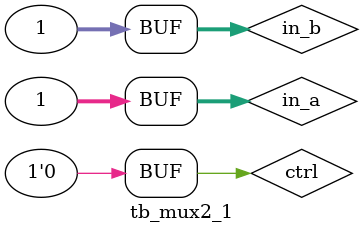
<source format=v>
`timescale 1ns / 1ps

module tb_mux2_1 ();
    reg         ctrl;
    reg  [31:0] in_a;
    reg  [31:0] in_b;
    wire [31:0] out;

    mux2_1 mux (
        .S(ctrl),
        .A(in_a),
        .B(in_b),
        .O(out)
    );

    initial begin
        $monitor("time=%3d, in_a=%d, in_b=%d, ctrl=%b, q=%d \n",
                    $time, in_a, in_b, ctrl, out);

        in_a = 1'b0;
        in_b = 1'b0;
        ctrl = 1'b0;
        #20
        if (out !== 0) $display("[FAILED] output should be 0");
        in_a = 1'b1;
        #20
        if (out !== 1) $display("[FAILED] output should be 1");
        ctrl = 1'b1;
        in_a = 1'b0;
        in_b = 1'b1;
        #20
        if (out !== 1) $display("[FAILED] output should be 1");
        ctrl = 1'b0;
        in_a = 1'b1;
        #20
        if (out !== 1) $display("[FAILED] output should be 1");
    end

endmodule : tb_mux2_1

</source>
